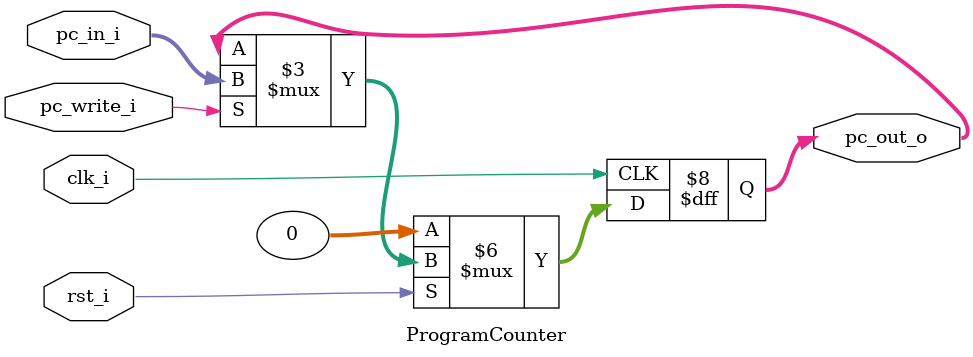
<source format=v>

module ProgramCounter(
    clk_i,
	rst_i,
	pc_in_i,
	pc_write_i,
	pc_out_o
	);
     
//I/O ports
input           clk_i;
input	        rst_i;
input	        pc_write_i;
input  [32-1:0] pc_in_i;
output [32-1:0] pc_out_o;
 
//Internal Signals
reg    [32-1:0] pc_out_o;
 
//Parameter

    
//Main function
always @(posedge clk_i) begin
    if(~rst_i)
	    pc_out_o <= 0;
	else
		if(pc_write_i) begin
		    pc_out_o <= pc_in_i;
		end
end

endmodule



                    
                    
</source>
